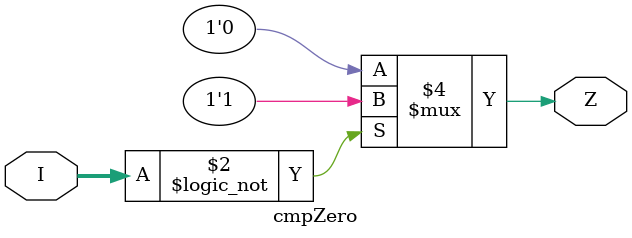
<source format=v>
`timescale 1ns / 1ps 
module WDSEL_MUX(input[31:0] I0,I1,I2,
		 input[1:0] WDSEL,
		 output reg[31:0] WD_in);
	
always@(*)
begin
	case(WDSEL)
	0:WD_in=I0;
	1:WD_in=I1;
	2:WD_in=I2;
	endcase
end 
endmodule

module MUX2_1(input[31:0] I0,I1,
		 input SEL,
		 output reg[31:0] O);
		 
always@(*)
begin 
	case(SEL)
	0:O=I0;
	1:O=I1; 
	endcase
end 

endmodule  

module cmpZero(input [31:0] I,
					output reg Z);
					
always@(*)
begin 
		if(I == 0)
		 Z=1;
		else
		 Z=0;
end


endmodule 
</source>
